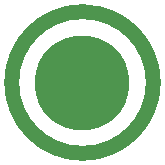
<source format=gbr>
%TF.GenerationSoftware,KiCad,Pcbnew,(7.0.0)*%
%TF.CreationDate,2023-04-09T22:25:14-07:00*%
%TF.ProjectId,RTCRework,52544352-6577-46f7-926b-2e6b69636164,rev?*%
%TF.SameCoordinates,Original*%
%TF.FileFunction,Soldermask,Bot*%
%TF.FilePolarity,Negative*%
%FSLAX46Y46*%
G04 Gerber Fmt 4.6, Leading zero omitted, Abs format (unit mm)*
G04 Created by KiCad (PCBNEW (7.0.0)) date 2023-04-09 22:25:14*
%MOMM*%
%LPD*%
G01*
G04 APERTURE LIST*
%ADD10C,1.300000*%
%ADD11C,8.000000*%
G04 APERTURE END LIST*
D10*
X56000000Y-50000000D02*
G75*
G03*
X56000000Y-50000000I-6000000J0D01*
G01*
D11*
%TO.C,J2*%
X50000000Y-50000000D03*
%TD*%
M02*

</source>
